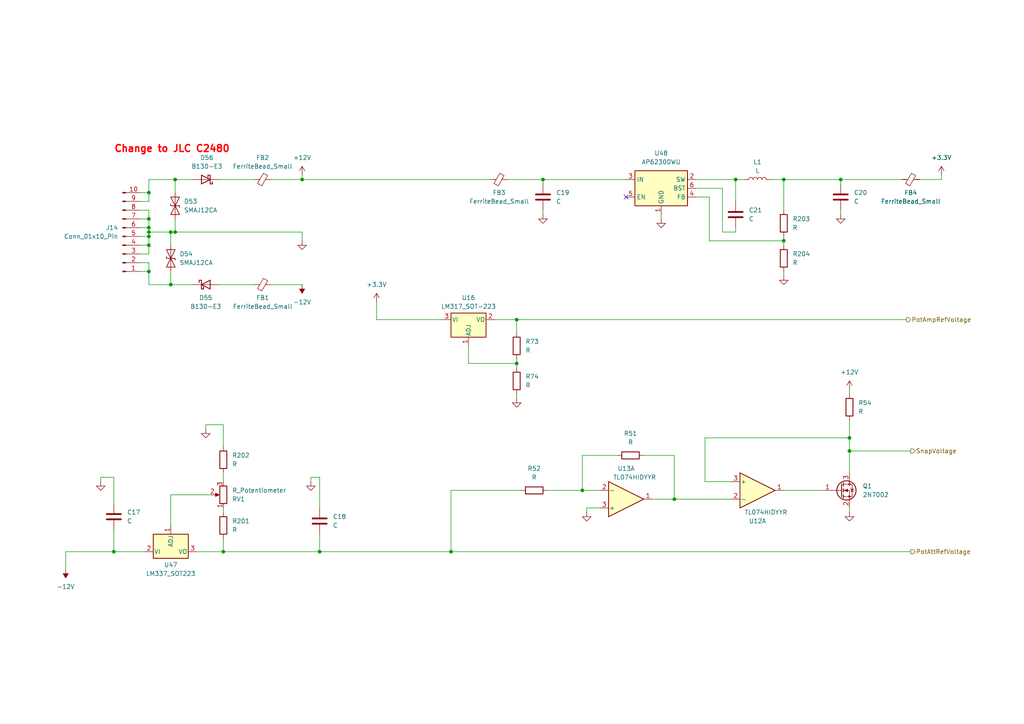
<source format=kicad_sch>
(kicad_sch (version 20230121) (generator eeschema)
  (paper "A4")
  (lib_symbols
    (symbol "Connector:Conn_01x10_Pin" (pin_names (offset 1.016) hide)
      (property "Reference" "J" (at 0 12.7 0))
      (property "Value" "Conn_01x10_Pin" (at 0 -15.24 0))
      (symbol "Conn_01x10_Pin_1_1"
        (polyline (pts (xy 1.27 -12.7) (xy 0.8636 -12.7)) (stroke (width 0.1524)))
        (polyline (pts (xy 1.27 -10.16) (xy 0.8636 -10.16)) (stroke (width 0.1524)))
        (polyline (pts (xy 1.27 -7.62) (xy 0.8636 -7.62)) (stroke (width 0.1524)))
        (polyline (pts (xy 1.27 -5.08) (xy 0.8636 -5.08)) (stroke (width 0.1524)))
        (polyline (pts (xy 1.27 -2.54) (xy 0.8636 -2.54)) (stroke (width 0.1524)))
        (polyline (pts (xy 1.27 0) (xy 0.8636 0)) (stroke (width 0.1524)))
        (polyline (pts (xy 1.27 2.54) (xy 0.8636 2.54)) (stroke (width 0.1524)))
        (polyline (pts (xy 1.27 5.08) (xy 0.8636 5.08)) (stroke (width 0.1524)))
        (polyline (pts (xy 1.27 7.62) (xy 0.8636 7.62)) (stroke (width 0.1524)))
        (polyline (pts (xy 1.27 10.16) (xy 0.8636 10.16)) (stroke (width 0.1524)))
        (rectangle (start 0.8636 -12.573) (end 0 -12.827) (stroke (width 0.1524)) (fill (type outline)))
        (rectangle (start 0.8636 -10.033) (end 0 -10.287) (stroke (width 0.1524)) (fill (type outline)))
        (rectangle (start 0.8636 -7.493) (end 0 -7.747) (stroke (width 0.1524)) (fill (type outline)))
        (rectangle (start 0.8636 -4.953) (end 0 -5.207) (stroke (width 0.1524)) (fill (type outline)))
        (rectangle (start 0.8636 -2.413) (end 0 -2.667) (stroke (width 0.1524)) (fill (type outline)))
        (rectangle (start 0.8636 0.127) (end 0 -0.127) (stroke (width 0.1524)) (fill (type outline)))
        (rectangle (start 0.8636 2.667) (end 0 2.413) (stroke (width 0.1524)) (fill (type outline)))
        (rectangle (start 0.8636 5.207) (end 0 4.953) (stroke (width 0.1524)) (fill (type outline)))
        (rectangle (start 0.8636 7.747) (end 0 7.493) (stroke (width 0.1524)) (fill (type outline)))
        (rectangle (start 0.8636 10.287) (end 0 10.033) (stroke (width 0.1524)) (fill (type outline)))
        (pin passive line (at 5.08 10.16 180) (length 3.81) (name "Pin_1") (number "1"))
        (pin passive line (at 5.08 -12.7 180) (length 3.81) (name "Pin_10") (number "10"))
        (pin passive line (at 5.08 7.62 180) (length 3.81) (name "Pin_2") (number "2"))
        (pin passive line (at 5.08 5.08 180) (length 3.81) (name "Pin_3") (number "3"))
        (pin passive line (at 5.08 2.54 180) (length 3.81) (name "Pin_4") (number "4"))
        (pin passive line (at 5.08 0 180) (length 3.81) (name "Pin_5") (number "5"))
        (pin passive line (at 5.08 -2.54 180) (length 3.81) (name "Pin_6") (number "6"))
        (pin passive line (at 5.08 -5.08 180) (length 3.81) (name "Pin_7") (number "7"))
        (pin passive line (at 5.08 -7.62 180) (length 3.81) (name "Pin_8") (number "8"))
        (pin passive line (at 5.08 -10.16 180) (length 3.81) (name "Pin_9") (number "9"))
      )
    )
    (symbol "Device:C" (pin_numbers hide) (pin_names (offset 0.254))
      (property "Reference" "C" (at 0.635 2.54 0))
      (property "Value" "C" (at 0.635 -2.54 0))
      (symbol "C_0_1"
        (polyline (pts (xy -2.032 -0.762) (xy 2.032 -0.762)) (stroke (width 0.508)))
        (polyline (pts (xy -2.032 0.762) (xy 2.032 0.762)) (stroke (width 0.508)))
      )
      (symbol "C_1_1"
        (pin passive line (at 0 3.81 270) (length 2.794) (name "~") (number "1"))
        (pin passive line (at 0 -3.81 90) (length 2.794) (name "~") (number "2"))
      )
    )
    (symbol "Device:FerriteBead_Small" (pin_numbers hide) (pin_names (offset 0))
      (property "Reference" "FB" (at 1.905 1.27 0))
      (property "Value" "FerriteBead_Small" (at 1.905 -1.27 0))
      (symbol "FerriteBead_Small_0_1"
        (polyline (pts (xy 0 -1.27) (xy 0 -0.7874)))
        (polyline (pts (xy 0 0.889) (xy 0 1.2954)))
        (polyline (pts (xy -1.8288 0.2794) (xy -1.1176 1.4986) (xy 1.8288 -0.2032) (xy 1.1176 -1.4224) (xy -1.8288 0.2794)))
      )
      (symbol "FerriteBead_Small_1_1"
        (pin passive line (at 0 2.54 270) (length 1.27) (name "~") (number "1"))
        (pin passive line (at 0 -2.54 90) (length 1.27) (name "~") (number "2"))
      )
    )
    (symbol "Device:L" (pin_numbers hide) (pin_names (offset 1.016) hide)
      (property "Reference" "L" (at -1.27 0 90))
      (property "Value" "L" (at 1.905 0 90))
      (symbol "L_0_1"
        (arc (start 0 -2.54) (mid 0.6323 -1.905) (end 0 -1.27))
        (arc (start 0 -1.27) (mid 0.6323 -0.635) (end 0 0))
        (arc (start 0 0) (mid 0.6323 0.635) (end 0 1.27))
        (arc (start 0 1.27) (mid 0.6323 1.905) (end 0 2.54))
      )
      (symbol "L_1_1"
        (pin passive line (at 0 3.81 270) (length 1.27) (name "1") (number "1"))
        (pin passive line (at 0 -3.81 90) (length 1.27) (name "2") (number "2"))
      )
    )
    (symbol "Device:R" (pin_numbers hide) (pin_names (offset 0))
      (property "Reference" "R" (at 2.032 0 90))
      (property "Value" "R" (at 0 0 90))
      (symbol "R_0_1"
        (rectangle (start -1.016 -2.54) (end 1.016 2.54) (stroke (width 0.254)))
      )
      (symbol "R_1_1"
        (pin passive line (at 0 3.81 270) (length 1.27) (name "~") (number "1"))
        (pin passive line (at 0 -3.81 90) (length 1.27) (name "~") (number "2"))
      )
    )
    (symbol "Device:R_Potentiometer" (pin_names (offset 1.016) hide)
      (property "Reference" "RV" (at -4.445 0 90))
      (property "Value" "R_Potentiometer" (at -2.54 0 90))
      (symbol "R_Potentiometer_0_1"
        (polyline (pts (xy 2.54 0) (xy 1.524 0)))
        (polyline (pts (xy 1.143 0) (xy 2.286 0.508) (xy 2.286 -0.508) (xy 1.143 0)) (fill (type outline)))
        (rectangle (start 1.016 2.54) (end -1.016 -2.54) (stroke (width 0.254)))
      )
      (symbol "R_Potentiometer_1_1"
        (pin passive line (at 0 3.81 270) (length 1.27) (name "1") (number "1"))
        (pin passive line (at 3.81 0 180) (length 1.27) (name "2") (number "2"))
        (pin passive line (at 0 -3.81 90) (length 1.27) (name "3") (number "3"))
      )
    )
    (symbol "Diode:B130-E3" (pin_numbers hide) (pin_names hide)
      (property "Reference" "D" (at 0 2.54 0))
      (property "Value" "B130-E3" (at 0 -2.54 0))
      (symbol "B130-E3_0_1"
        (polyline (pts (xy 1.27 0) (xy -1.27 0)))
        (polyline (pts (xy 1.27 1.27) (xy 1.27 -1.27) (xy -1.27 0) (xy 1.27 1.27)) (stroke (width 0.254)))
        (polyline (pts (xy -1.905 0.635) (xy -1.905 1.27) (xy -1.27 1.27) (xy -1.27 -1.27) (xy -0.635 -1.27) (xy -0.635 -0.635)) (stroke (width 0.254)))
      )
      (symbol "B130-E3_1_1"
        (pin passive line (at -3.81 0 0) (length 2.54) (name "K") (number "1"))
        (pin passive line (at 3.81 0 180) (length 2.54) (name "A") (number "2"))
      )
    )
    (symbol "Diode:SMAJ12CA" (pin_numbers hide) (pin_names (offset 1.016) hide)
      (property "Reference" "D" (at 0 2.54 0))
      (property "Value" "SMAJ12CA" (at 0 -2.54 0))
      (symbol "SMAJ12CA_0_1"
        (polyline (pts (xy 1.27 0) (xy -1.27 0)))
        (polyline (pts (xy -2.54 -1.27) (xy 0 0) (xy -2.54 1.27) (xy -2.54 -1.27)) (stroke (width 0.2032)))
        (polyline (pts (xy 0.508 1.27) (xy 0 1.27) (xy 0 -1.27) (xy -0.508 -1.27)) (stroke (width 0.2032)))
        (polyline (pts (xy 2.54 1.27) (xy 2.54 -1.27) (xy 0 0) (xy 2.54 1.27)) (stroke (width 0.2032)))
      )
      (symbol "SMAJ12CA_1_1"
        (pin passive line (at -3.81 0 0) (length 2.54) (name "A1") (number "1"))
        (pin passive line (at 3.81 0 180) (length 2.54) (name "A2") (number "2"))
      )
    )
    (symbol "Regulator_Linear:LM317_SOT-223" (pin_names (offset 0.254))
      (property "Reference" "U" (at -3.81 3.175 0))
      (property "Value" "LM317_SOT-223" (at 0 3.175 0))
      (symbol "LM317_SOT-223_0_1"
        (rectangle (start -5.08 1.905) (end 5.08 -5.08) (stroke (width 0.254)) (fill (type background)))
      )
      (symbol "LM317_SOT-223_1_1"
        (pin input line (at 0 -7.62 90) (length 2.54) (name "ADJ") (number "1"))
        (pin power_out line (at 7.62 0 180) (length 2.54) (name "VO") (number "2"))
        (pin power_in line (at -7.62 0 0) (length 2.54) (name "VI") (number "3"))
      )
    )
    (symbol "Regulator_Linear:LM337_SOT223" (pin_names (offset 0.254))
      (property "Reference" "U" (at -3.81 -3.175 0))
      (property "Value" "LM337_SOT223" (at 0 -3.175 0))
      (symbol "LM337_SOT223_0_1"
        (rectangle (start -5.08 5.08) (end 5.08 -1.905) (stroke (width 0.254)) (fill (type background)))
      )
      (symbol "LM337_SOT223_1_1"
        (pin input line (at 0 7.62 270) (length 2.54) (name "ADJ") (number "1"))
        (pin power_in line (at -7.62 0 0) (length 2.54) (name "VI") (number "2"))
        (pin power_out line (at 7.62 0 180) (length 2.54) (name "VO") (number "3"))
      )
    )
    (symbol "Transistor_FET:2N7002" (pin_names hide)
      (property "Reference" "Q" (at 5.08 1.905 0))
      (property "Value" "2N7002" (at 5.08 0 0))
      (symbol "2N7002_0_1"
        (polyline (pts (xy 0.254 0) (xy -2.54 0)))
        (polyline (pts (xy 0.254 1.905) (xy 0.254 -1.905)) (stroke (width 0.254)))
        (polyline (pts (xy 0.762 -1.27) (xy 0.762 -2.286)) (stroke (width 0.254)))
        (polyline (pts (xy 0.762 0.508) (xy 0.762 -0.508)) (stroke (width 0.254)))
        (polyline (pts (xy 0.762 2.286) (xy 0.762 1.27)) (stroke (width 0.254)))
        (polyline (pts (xy 2.54 2.54) (xy 2.54 1.778)))
        (polyline (pts (xy 2.54 -2.54) (xy 2.54 0) (xy 0.762 0)))
        (polyline (pts (xy 0.762 -1.778) (xy 3.302 -1.778) (xy 3.302 1.778) (xy 0.762 1.778)))
        (polyline (pts (xy 1.016 0) (xy 2.032 0.381) (xy 2.032 -0.381) (xy 1.016 0)) (fill (type outline)))
        (polyline (pts (xy 2.794 0.508) (xy 2.921 0.381) (xy 3.683 0.381) (xy 3.81 0.254)))
        (polyline (pts (xy 3.302 0.381) (xy 2.921 -0.254) (xy 3.683 -0.254) (xy 3.302 0.381)))
        (circle (center 1.651 0) (radius 2.794) (stroke (width 0.254)))
        (circle (center 2.54 -1.778) (radius 0.254) (fill (type outline)))
        (circle (center 2.54 1.778) (radius 0.254) (fill (type outline)))
      )
      (symbol "2N7002_1_1"
        (pin input line (at -5.08 0 0) (length 2.54) (name "G") (number "1"))
        (pin passive line (at 2.54 -5.08 90) (length 2.54) (name "S") (number "2"))
        (pin passive line (at 2.54 5.08 270) (length 2.54) (name "D") (number "3"))
      )
    )
    (symbol "WillItBlend:AP62200WU"
      (property "Reference" "U" (at -7.62 6.35 0))
      (property "Value" "AP62300WU" (at 2.54 6.35 0))
      (symbol "AP62200WU_0_1"
        (rectangle (start -7.62 5.08) (end 7.62 -5.08) (stroke (width 0.254)) (fill (type background)))
      )
      (symbol "AP62200WU_1_1"
        (pin power_in line (at 0 -7.62 90) (length 2.54) (name "GND") (number "1"))
        (pin output line (at 10.16 2.54 180) (length 2.54) (name "SW") (number "2"))
        (pin power_in line (at -10.16 2.54 0) (length 2.54) (name "IN") (number "3"))
        (pin input line (at 10.16 -2.54 180) (length 2.54) (name "FB") (number "4"))
        (pin input line (at -10.16 -2.54 0) (length 2.54) (name "EN") (number "5"))
        (pin passive line (at 10.16 0 180) (length 2.54) (name "BST") (number "6"))
      )
    )
    (symbol "WillItBlend:TL074HIDYYR" (pin_names (offset 0.127))
      (property "Reference" "U" (at 0 5.08 0))
      (symbol "TL074HIDYYR_1_1"
        (polyline (pts (xy -5.08 5.08) (xy 5.08 0) (xy -5.08 -5.08) (xy -5.08 5.08)) (stroke (width 0.254)) (fill (type background)))
        (pin output line (at 7.62 0 180) (length 2.54) (name "~") (number "1"))
        (pin input line (at -7.62 -2.54 0) (length 2.54) (name "-") (number "2"))
        (pin input line (at -7.62 2.54 0) (length 2.54) (name "+") (number "3"))
      )
      (symbol "TL074HIDYYR_2_1"
        (polyline (pts (xy -5.08 5.08) (xy 5.08 0) (xy -5.08 -5.08) (xy -5.08 5.08)) (stroke (width 0.254)) (fill (type background)))
        (pin input line (at -7.62 2.54 0) (length 2.54) (name "+") (number "5"))
        (pin input line (at -7.62 -2.54 0) (length 2.54) (name "-") (number "6"))
        (pin output line (at 7.62 0 180) (length 2.54) (name "~") (number "7"))
      )
      (symbol "TL074HIDYYR_3_1"
        (polyline (pts (xy -5.08 5.08) (xy 5.08 0) (xy -5.08 -5.08) (xy -5.08 5.08)) (stroke (width 0.254)) (fill (type background)))
        (pin input line (at -7.62 2.54 0) (length 2.54) (name "+") (number "10"))
        (pin output line (at 7.62 0 180) (length 2.54) (name "~") (number "8"))
        (pin input line (at -7.62 -2.54 0) (length 2.54) (name "-") (number "9"))
      )
      (symbol "TL074HIDYYR_4_1"
        (polyline (pts (xy -5.08 5.08) (xy 5.08 0) (xy -5.08 -5.08) (xy -5.08 5.08)) (stroke (width 0.254)) (fill (type background)))
        (pin input line (at -7.62 2.54 0) (length 2.54) (name "+") (number "12"))
        (pin input line (at -7.62 -2.54 0) (length 2.54) (name "-") (number "13"))
        (pin output line (at 7.62 0 180) (length 2.54) (name "~") (number "14"))
      )
      (symbol "TL074HIDYYR_5_1"
        (rectangle (start -2.54 5.08) (end 2.54 -5.08) (fill (type background)))
        (pin power_in line (at 6.35 -3.81 180) (length 3.81) (name "V-") (number "11"))
        (pin power_in line (at 6.35 3.81 180) (length 3.81) (name "V+") (number "4"))
      )
    )
    (symbol "power:+12V" (power) (pin_names (offset 0))
      (property "Value" "+12V" (at 0 3.556 0))
      (symbol "+12V_0_1"
        (polyline (pts (xy -0.762 1.27) (xy 0 2.54)))
        (polyline (pts (xy 0 0) (xy 0 2.54)))
        (polyline (pts (xy 0 2.54) (xy 0.762 1.27)))
      )
      (symbol "+12V_1_1"
        (pin power_in line (at 0 0 90) (length 0) hide (name "+12V") (number "1"))
      )
    )
    (symbol "power:+3.3V" (power) (pin_names (offset 0))
      (property "Value" "+3.3V" (at 0 3.556 0))
      (symbol "+3.3V_0_1"
        (polyline (pts (xy -0.762 1.27) (xy 0 2.54)))
        (polyline (pts (xy 0 0) (xy 0 2.54)))
        (polyline (pts (xy 0 2.54) (xy 0.762 1.27)))
      )
      (symbol "+3.3V_1_1"
        (pin power_in line (at 0 0 90) (length 0) hide (name "+3.3V") (number "1"))
      )
    )
    (symbol "power:-12V" (power) (pin_names (offset 0))
      (property "Value" "-12V" (at 0 3.81 0))
      (symbol "-12V_0_0"
        (pin power_in line (at 0 0 90) (length 0) hide (name "-12V") (number "1"))
      )
      (symbol "-12V_0_1"
        (polyline (pts (xy 0 0) (xy 0 1.27) (xy 0.762 1.27) (xy 0 2.54) (xy -0.762 1.27) (xy 0 1.27)) (fill (type outline)))
      )
    )
    (symbol "power:GND" (power) (pin_names (offset 0))
      (property "Value" "GND" (at 0 -3.81 0))
      (symbol "GND_0_1"
        (polyline (pts (xy 0 0) (xy 0 -1.27) (xy 1.27 -1.27) (xy 0 -2.54) (xy -1.27 -1.27) (xy 0 -1.27)))
      )
      (symbol "GND_1_1"
        (pin power_in line (at 0 0 270) (length 0) hide (name "GND") (number "1"))
      )
    )
  )
  (junction (at 92.71 160.02))
  (junction (at 64.77 160.02))
  (junction (at 213.36 52.07))
  (junction (at 43.18 78.74))
  (junction (at 87.63 52.07))
  (junction (at 43.18 71.12))
  (junction (at 243.84 52.07))
  (junction (at 50.8 67.31))
  (junction (at 157.48 52.07))
  (junction (at 33.02 160.02))
  (junction (at 246.38 130.81))
  (junction (at 43.18 66.04))
  (junction (at 149.86 92.71))
  (junction (at 195.58 144.78))
  (junction (at 49.53 67.31))
  (junction (at 43.18 67.31))
  (junction (at 43.18 68.58))
  (junction (at 43.18 63.5))
  (junction (at 168.91 142.24))
  (junction (at 130.81 160.02))
  (junction (at 227.33 52.07))
  (junction (at 43.18 55.88))
  (junction (at 227.33 69.85))
  (junction (at 246.38 127))
  (junction (at 49.53 82.55))
  (junction (at 50.8 52.07))
  (junction (at 149.86 105.41))
  (no_connect (at 181.61 57.15))
  (wire (pts (xy 50.8 67.31) (xy 87.63 67.31)))
  (wire (pts (xy 92.71 160.02) (xy 130.81 160.02)))
  (wire (pts (xy 189.23 144.78) (xy 195.58 144.78)))
  (wire (pts (xy 33.02 160.02) (xy 41.91 160.02)))
  (wire (pts (xy 63.5 52.07) (xy 73.66 52.07)))
  (wire (pts (xy 43.18 63.5) (xy 43.18 66.04)))
  (wire (pts (xy 40.64 78.74) (xy 43.18 78.74)))
  (wire (pts (xy 246.38 113.03) (xy 246.38 114.3)))
  (wire (pts (xy 33.02 138.43) (xy 29.21 138.43)))
  (wire (pts (xy 243.84 52.07) (xy 261.62 52.07)))
  (wire (pts (xy 149.86 105.41) (xy 149.86 106.68)))
  (wire (pts (xy 40.64 63.5) (xy 43.18 63.5)))
  (wire (pts (xy 246.38 147.32) (xy 246.38 148.59)))
  (wire (pts (xy 246.38 127) (xy 246.38 130.81)))
  (wire (pts (xy 227.33 52.07) (xy 227.33 60.96)))
  (wire (pts (xy 243.84 60.96) (xy 243.84 62.23)))
  (wire (pts (xy 49.53 67.31) (xy 50.8 67.31)))
  (wire (pts (xy 33.02 146.05) (xy 33.02 138.43)))
  (wire (pts (xy 135.89 100.33) (xy 135.89 105.41)))
  (wire (pts (xy 40.64 66.04) (xy 43.18 66.04)))
  (wire (pts (xy 50.8 63.5) (xy 50.8 67.31)))
  (wire (pts (xy 59.69 123.19) (xy 59.69 124.46)))
  (wire (pts (xy 90.17 139.7) (xy 90.17 138.43)))
  (wire (pts (xy 204.47 127) (xy 204.47 139.7)))
  (wire (pts (xy 43.18 82.55) (xy 49.53 82.55)))
  (wire (pts (xy 50.8 52.07) (xy 43.18 52.07)))
  (wire (pts (xy 50.8 52.07) (xy 50.8 55.88)))
  (wire (pts (xy 204.47 127) (xy 246.38 127)))
  (wire (pts (xy 227.33 52.07) (xy 243.84 52.07)))
  (wire (pts (xy 64.77 123.19) (xy 59.69 123.19)))
  (wire (pts (xy 227.33 142.24) (xy 238.76 142.24)))
  (wire (pts (xy 201.93 57.15) (xy 205.74 57.15)))
  (wire (pts (xy 87.63 52.07) (xy 142.24 52.07)))
  (wire (pts (xy 49.53 143.51) (xy 49.53 152.4)))
  (wire (pts (xy 40.64 76.2) (xy 43.18 76.2)))
  (wire (pts (xy 49.53 67.31) (xy 49.53 71.12)))
  (wire (pts (xy 43.18 76.2) (xy 43.18 78.74)))
  (wire (pts (xy 195.58 132.08) (xy 186.69 132.08)))
  (wire (pts (xy 92.71 138.43) (xy 92.71 147.32)))
  (wire (pts (xy 92.71 154.94) (xy 92.71 160.02)))
  (wire (pts (xy 49.53 82.55) (xy 55.88 82.55)))
  (wire (pts (xy 40.64 58.42) (xy 43.18 58.42)))
  (wire (pts (xy 64.77 160.02) (xy 64.77 156.21)))
  (wire (pts (xy 90.17 138.43) (xy 92.71 138.43)))
  (wire (pts (xy 149.86 92.71) (xy 149.86 96.52)))
  (wire (pts (xy 266.7 52.07) (xy 273.05 52.07)))
  (wire (pts (xy 40.64 68.58) (xy 43.18 68.58)))
  (wire (pts (xy 181.61 52.07) (xy 157.48 52.07)))
  (wire (pts (xy 43.18 82.55) (xy 43.18 78.74)))
  (wire (pts (xy 64.77 123.19) (xy 64.77 129.54)))
  (wire (pts (xy 43.18 66.04) (xy 43.18 67.31)))
  (wire (pts (xy 246.38 130.81) (xy 246.38 137.16)))
  (wire (pts (xy 29.21 138.43) (xy 29.21 139.7)))
  (wire (pts (xy 195.58 132.08) (xy 195.58 144.78)))
  (wire (pts (xy 195.58 144.78) (xy 212.09 144.78)))
  (wire (pts (xy 205.74 57.15) (xy 205.74 69.85)))
  (wire (pts (xy 43.18 60.96) (xy 43.18 63.5)))
  (wire (pts (xy 201.93 54.61) (xy 209.55 54.61)))
  (wire (pts (xy 87.63 50.8) (xy 87.63 52.07)))
  (wire (pts (xy 57.15 160.02) (xy 64.77 160.02)))
  (wire (pts (xy 149.86 92.71) (xy 262.89 92.71)))
  (wire (pts (xy 49.53 78.74) (xy 49.53 82.55)))
  (wire (pts (xy 213.36 52.07) (xy 215.9 52.07)))
  (wire (pts (xy 130.81 160.02) (xy 264.16 160.02)))
  (wire (pts (xy 201.93 52.07) (xy 213.36 52.07)))
  (wire (pts (xy 40.64 73.66) (xy 43.18 73.66)))
  (wire (pts (xy 109.22 92.71) (xy 109.22 87.63)))
  (wire (pts (xy 43.18 52.07) (xy 43.18 55.88)))
  (wire (pts (xy 227.33 78.74) (xy 227.33 80.01)))
  (wire (pts (xy 40.64 71.12) (xy 43.18 71.12)))
  (wire (pts (xy 213.36 52.07) (xy 213.36 58.42)))
  (wire (pts (xy 50.8 52.07) (xy 55.88 52.07)))
  (wire (pts (xy 209.55 67.31) (xy 209.55 54.61)))
  (wire (pts (xy 49.53 143.51) (xy 60.96 143.51)))
  (wire (pts (xy 149.86 104.14) (xy 149.86 105.41)))
  (wire (pts (xy 19.05 165.1) (xy 19.05 160.02)))
  (wire (pts (xy 227.33 69.85) (xy 227.33 71.12)))
  (wire (pts (xy 135.89 105.41) (xy 149.86 105.41)))
  (wire (pts (xy 40.64 55.88) (xy 43.18 55.88)))
  (wire (pts (xy 170.18 147.32) (xy 173.99 147.32)))
  (wire (pts (xy 243.84 52.07) (xy 243.84 53.34)))
  (wire (pts (xy 223.52 52.07) (xy 227.33 52.07)))
  (wire (pts (xy 191.77 62.23) (xy 191.77 63.5)))
  (wire (pts (xy 87.63 52.07) (xy 78.74 52.07)))
  (wire (pts (xy 205.74 69.85) (xy 227.33 69.85)))
  (wire (pts (xy 227.33 68.58) (xy 227.33 69.85)))
  (wire (pts (xy 273.05 50.8) (xy 273.05 52.07)))
  (wire (pts (xy 246.38 130.81) (xy 264.16 130.81)))
  (wire (pts (xy 179.07 132.08) (xy 168.91 132.08)))
  (wire (pts (xy 213.36 66.04) (xy 213.36 67.31)))
  (wire (pts (xy 43.18 67.31) (xy 49.53 67.31)))
  (wire (pts (xy 151.13 142.24) (xy 130.81 142.24)))
  (wire (pts (xy 168.91 132.08) (xy 168.91 142.24)))
  (wire (pts (xy 40.64 60.96) (xy 43.18 60.96)))
  (wire (pts (xy 149.86 114.3) (xy 149.86 115.57)))
  (wire (pts (xy 173.99 142.24) (xy 168.91 142.24)))
  (wire (pts (xy 213.36 67.31) (xy 209.55 67.31)))
  (wire (pts (xy 87.63 67.31) (xy 87.63 69.85)))
  (wire (pts (xy 33.02 160.02) (xy 33.02 153.67)))
  (wire (pts (xy 63.5 82.55) (xy 73.66 82.55)))
  (wire (pts (xy 43.18 58.42) (xy 43.18 55.88)))
  (wire (pts (xy 147.32 52.07) (xy 157.48 52.07)))
  (wire (pts (xy 64.77 139.7) (xy 64.77 137.16)))
  (wire (pts (xy 128.27 92.71) (xy 109.22 92.71)))
  (wire (pts (xy 170.18 147.32) (xy 170.18 148.59)))
  (wire (pts (xy 43.18 68.58) (xy 43.18 71.12)))
  (wire (pts (xy 43.18 67.31) (xy 43.18 68.58)))
  (wire (pts (xy 64.77 147.32) (xy 64.77 148.59)))
  (wire (pts (xy 157.48 52.07) (xy 157.48 53.34)))
  (wire (pts (xy 64.77 160.02) (xy 92.71 160.02)))
  (wire (pts (xy 246.38 121.92) (xy 246.38 127)))
  (wire (pts (xy 130.81 142.24) (xy 130.81 160.02)))
  (wire (pts (xy 43.18 71.12) (xy 43.18 73.66)))
  (wire (pts (xy 157.48 60.96) (xy 157.48 62.23)))
  (wire (pts (xy 212.09 139.7) (xy 204.47 139.7)))
  (wire (pts (xy 19.05 160.02) (xy 33.02 160.02)))
  (wire (pts (xy 168.91 142.24) (xy 158.75 142.24)))
  (wire (pts (xy 78.74 82.55) (xy 87.63 82.55)))
  (wire (pts (xy 143.51 92.71) (xy 149.86 92.71)))
  (text "Change to JLC C2480" (at 33.02 44.45 0) (effects (font (size 2 2) (thickness 0.4) bold) (justify left bottom)))
  (hierarchical_label "PotAttRefVoltage" (shape output) (at 264.16 160.02 0))
  (hierarchical_label "SnapVoltage" (shape output) (at 264.16 130.81 0))
  (hierarchical_label "PotAmpRefVoltage" (shape output) (at 262.89 92.71 0))
  (symbol (lib_id "Device:C") (at 92.71 151.13 0) (unit 1)
    (property "Reference" "C18" (at 96.52 149.86 0) (effects (justify left)))
    (property "Value" "C" (at 96.52 152.4 0) (effects (justify left)))
  )
  (symbol (lib_id "Device:R") (at 246.38 118.11 180) (unit 1)
    (property "Reference" "R54" (at 248.92 116.84 0) (effects (justify right)))
    (property "Value" "R" (at 248.92 119.38 0) (effects (justify right)))
  )
  (symbol (lib_id "Device:FerriteBead_Small") (at 264.16 52.07 90) (unit 1)
    (property "Reference" "FB4" (at 264.16 55.88 90))
    (property "Value" "FerriteBead_Small" (at 264.16 58.42 90))
  )
  (symbol (lib_id "power:GND") (at 149.86 115.57 0) (unit 1)
    (property "Reference" "#PWR071" (effects hide))
    (property "Value" "GND" (effects hide))
  )
  (symbol (lib_id "Device:FerriteBead_Small") (at 144.78 52.07 90) (unit 1)
    (property "Reference" "FB3" (at 144.78 55.88 90))
    (property "Value" "FerriteBead_Small" (at 144.78 58.42 90))
  )
  (symbol (lib_id "Device:C") (at 213.36 62.23 0) (unit 1)
    (property "Reference" "C21" (at 217.17 60.96 0) (effects (justify left)))
    (property "Value" "C" (at 217.17 63.5 0) (effects (justify left)))
  )
  (symbol (lib_id "Diode:SMAJ12CA") (at 50.8 59.69 90) (unit 1)
    (property "Reference" "D53" (at 53.34 58.42 90) (effects (justify right)))
    (property "Value" "SMAJ12CA" (at 53.34 60.96 90) (effects (justify right)))
    (property "Footprint" "Diode_SMD:D_SMA" (effects hide))
    (property "Datasheet" "https://www.littelfuse.com/media?resourcetype=datasheets&itemid=75e32973-b177-4ee3-a0ff-cedaf1abdb93&filename=smaj-datasheet" (effects hide))
  )
  (symbol (lib_id "power:GND") (at 90.17 139.7 0) (unit 1)
    (property "Reference" "#PWR045" (effects hide))
    (property "Value" "GND" (effects hide))
  )
  (symbol (lib_id "Device:R") (at 64.77 133.35 0) (unit 1)
    (property "Reference" "R202" (at 67.31 132.08 0) (effects (justify left)))
    (property "Value" "R" (at 67.31 134.62 0) (effects (justify left)))
  )
  (symbol (lib_id "power:GND") (at 59.69 124.46 0) (unit 1)
    (property "Reference" "#PWR044" (effects hide))
    (property "Value" "GND" (effects hide))
  )
  (symbol (lib_id "Device:R") (at 149.86 100.33 0) (unit 1)
    (property "Reference" "R73" (at 152.4 99.06 0) (effects (justify left)))
    (property "Value" "R" (at 152.4 101.6 0) (effects (justify left)))
  )
  (symbol (lib_id "power:+12V") (at 87.63 50.8 0) (unit 1)
    (property "Reference" "#PWR0169" (effects hide))
    (property "Value" "+12V" (at 87.63 45.72 0))
  )
  (symbol (lib_id "power:-12V") (at 19.05 165.1 180) (unit 1)
    (property "Reference" "#PWR0172" (effects hide))
    (property "Value" "-12V" (at 19.05 170.18 0))
  )
  (symbol (lib_id "Device:R") (at 64.77 152.4 0) (unit 1)
    (property "Reference" "R201" (at 67.31 151.13 0) (effects (justify left)))
    (property "Value" "R" (at 67.31 153.67 0) (effects (justify left)))
  )
  (symbol (lib_id "power:+3.3V") (at 273.05 50.8 0) (unit 1)
    (property "Reference" "#PWR0180" (effects hide))
    (property "Value" "+3.3V" (at 273.05 45.72 0))
  )
  (symbol (lib_id "Device:R") (at 182.88 132.08 90) (unit 1)
    (property "Reference" "R51" (at 182.88 125.73 90))
    (property "Value" "R" (at 182.88 128.27 90))
  )
  (symbol (lib_id "power:GND") (at 246.38 148.59 0) (unit 1)
    (property "Reference" "#PWR051" (effects hide))
    (property "Value" "GND" (effects hide))
  )
  (symbol (lib_id "Connector:Conn_01x10_Pin") (at 35.56 68.58 0) (mirror x) (unit 1)
    (property "Reference" "J14" (at 34.29 66.04 0) (effects (justify right)))
    (property "Value" "Conn_01x10_Pin" (at 34.29 68.58 0) (effects (justify right)))
  )
  (symbol (lib_id "Regulator_Linear:LM317_SOT-223") (at 135.89 92.71 0) (unit 1)
    (property "Reference" "U16" (at 135.89 86.36 0))
    (property "Value" "LM317_SOT-223" (at 135.89 88.9 0))
    (property "Footprint" "Package_TO_SOT_SMD:SOT-223-3_TabPin2" (effects hide))
    (property "Datasheet" "http://www.ti.com/lit/ds/symlink/lm317.pdf" (effects hide))
  )
  (symbol (lib_id "Device:R_Potentiometer") (at 64.77 143.51 180) (unit 1)
    (property "Reference" "RV1" (at 67.31 144.78 0) (effects (justify right)))
    (property "Value" "R_Potentiometer" (at 67.31 142.24 0) (effects (justify right)))
  )
  (symbol (lib_id "Diode:SMAJ12CA") (at 49.53 74.93 90) (unit 1)
    (property "Reference" "D54" (at 52.07 73.66 90) (effects (justify right)))
    (property "Value" "SMAJ12CA" (at 52.07 76.2 90) (effects (justify right)))
    (property "Footprint" "Diode_SMD:D_SMA" (effects hide))
    (property "Datasheet" "https://www.littelfuse.com/media?resourcetype=datasheets&itemid=75e32973-b177-4ee3-a0ff-cedaf1abdb93&filename=smaj-datasheet" (effects hide))
  )
  (symbol (lib_id "Diode:B130-E3") (at 59.69 82.55 0) (unit 1)
    (property "Reference" "D55" (at 59.69 86.36 0))
    (property "Value" "B130-E3" (at 59.69 88.9 0))
    (property "Footprint" "Diode_SMD:D_SMA" (effects hide))
    (property "Datasheet" "http://www.vishay.com/docs/88946/b120.pdf" (effects hide))
  )
  (symbol (lib_id "power:GND") (at 243.84 62.23 0) (unit 1)
    (property "Reference" "#PWR050" (effects hide))
    (property "Value" "GND" (effects hide))
  )
  (symbol (lib_id "power:GND") (at 29.21 139.7 0) (unit 1)
    (property "Reference" "#PWR043" (effects hide))
    (property "Value" "GND" (effects hide))
  )
  (symbol (lib_id "power:GND") (at 170.18 148.59 0) (unit 1)
    (property "Reference" "#PWR046" (effects hide))
    (property "Value" "GND" (effects hide))
  )
  (symbol (lib_id "WillItBlend:TL074HIDYYR") (at 181.61 144.78 0) (mirror x) (unit 1)
    (property "Reference" "U13" (at 181.61 135.89 0))
    (property "Value" "TL074HIDYYR" (at 177.8 138.43 0) (effects (justify left)))
    (property "Footprint" "WillItBlend:SOT-23-THIN" (effects hide))
    (property "Datasheet" "http://www.ti.com/lit/ds/symlink/tl071.pdf" (effects hide))
  )
  (symbol (lib_id "Device:R") (at 149.86 110.49 0) (unit 1)
    (property "Reference" "R74" (at 152.4 109.22 0) (effects (justify left)))
    (property "Value" "R" (at 152.4 111.76 0) (effects (justify left)))
  )
  (symbol (lib_id "Device:C") (at 33.02 149.86 0) (unit 1)
    (property "Reference" "C17" (at 36.83 148.59 0) (effects (justify left)))
    (property "Value" "C" (at 36.83 151.13 0) (effects (justify left)))
  )
  (symbol (lib_id "Device:R") (at 227.33 74.93 0) (unit 1)
    (property "Reference" "R204" (at 229.87 73.66 0) (effects (justify left)))
    (property "Value" "R" (at 229.87 76.2 0) (effects (justify left)))
  )
  (symbol (lib_id "power:GND") (at 157.48 62.23 0) (unit 1)
    (property "Reference" "#PWR047" (effects hide))
    (property "Value" "GND" (effects hide))
  )
  (symbol (lib_id "WillItBlend:TL074HIDYYR") (at 219.71 142.24 0) (unit 1)
    (property "Reference" "U12" (at 219.71 151.13 0))
    (property "Value" "TL074HIDYYR" (at 215.9 148.59 0) (effects (justify left)))
    (property "Footprint" "WillItBlend:SOT-23-THIN" (effects hide))
    (property "Datasheet" "http://www.ti.com/lit/ds/symlink/tl071.pdf" (effects hide))
  )
  (symbol (lib_id "Device:FerriteBead_Small") (at 76.2 52.07 90) (unit 1)
    (property "Reference" "FB2" (at 76.1619 45.72 90))
    (property "Value" "FerriteBead_Small" (at 76.1619 48.26 90))
  )
  (symbol (lib_id "Device:R") (at 227.33 64.77 0) (unit 1)
    (property "Reference" "R203" (at 229.87 63.5 0) (effects (justify left)))
    (property "Value" "R" (at 229.87 66.04 0) (effects (justify left)))
  )
  (symbol (lib_id "Device:C") (at 243.84 57.15 0) (unit 1)
    (property "Reference" "C20" (at 247.65 55.88 0) (effects (justify left)))
    (property "Value" "C" (at 247.65 58.42 0) (effects (justify left)))
  )
  (symbol (lib_id "WillItBlend:AP62200WU") (at 191.77 54.61 0) (unit 1)
    (property "Reference" "U48" (at 191.77 44.45 0))
    (property "Value" "AP62300WU" (at 191.77 46.99 0))
    (property "Footprint" "Package_TO_SOT_SMD:TSOT-23-6" (effects hide))
    (property "Datasheet" "https://www.diodes.com/assets/Datasheets/AP62200_AP62201_AP62200T.pdf" (effects hide))
  )
  (symbol (lib_id "power:GND") (at 227.33 80.01 0) (unit 1)
    (property "Reference" "#PWR049" (effects hide))
    (property "Value" "GND" (effects hide))
  )
  (symbol (lib_id "Transistor_FET:2N7002") (at 243.84 142.24 0) (unit 1)
    (property "Reference" "Q1" (at 250.19 140.97 0) (effects (justify left)))
    (property "Value" "2N7002" (at 250.19 143.51 0) (effects (justify left)))
    (property "Footprint" "Package_TO_SOT_SMD:SOT-23" (effects hide))
    (property "Datasheet" "https://www.onsemi.com/pub/Collateral/NDS7002A-D.PDF" (effects hide))
  )
  (symbol (lib_id "power:-12V") (at 87.63 82.55 180) (unit 1)
    (property "Reference" "#PWR0170" (effects hide))
    (property "Value" "-12V" (at 87.63 87.63 0))
  )
  (symbol (lib_id "Device:C") (at 157.48 57.15 0) (unit 1)
    (property "Reference" "C19" (at 161.29 55.88 0) (effects (justify left)))
    (property "Value" "C" (at 161.29 58.42 0) (effects (justify left)))
  )
  (symbol (lib_id "power:+3.3V") (at 109.22 87.63 0) (unit 1)
    (property "Reference" "#PWR070" (effects hide))
    (property "Value" "+3.3V" (at 109.22 82.55 0))
  )
  (symbol (lib_id "Device:L") (at 219.71 52.07 90) (unit 1)
    (property "Reference" "L1" (at 219.71 46.99 90))
    (property "Value" "L" (at 219.71 49.53 90))
  )
  (symbol (lib_id "power:GND") (at 191.77 63.5 0) (unit 1)
    (property "Reference" "#PWR048" (effects hide))
    (property "Value" "GND" (effects hide))
  )
  (symbol (lib_id "power:GND") (at 87.63 69.85 0) (unit 1)
    (property "Reference" "#PWR0171" (effects hide))
    (property "Value" "GND" (effects hide))
  )
  (symbol (lib_id "power:+12V") (at 246.38 113.03 0) (unit 1)
    (property "Reference" "#PWR053" (effects hide))
    (property "Value" "+12V" (at 246.38 107.95 0))
  )
  (symbol (lib_id "Device:FerriteBead_Small") (at 76.2 82.55 90) (unit 1)
    (property "Reference" "FB1" (at 76.2 86.36 90))
    (property "Value" "FerriteBead_Small" (at 76.2 88.9 90))
  )
  (symbol (lib_id "Device:R") (at 154.94 142.24 90) (unit 1)
    (property "Reference" "R52" (at 154.94 135.89 90))
    (property "Value" "R" (at 154.94 138.43 90))
  )
  (symbol (lib_id "Diode:B130-E3") (at 59.69 52.07 180) (unit 1)
    (property "Reference" "D56" (at 60.0075 45.72 0))
    (property "Value" "B130-E3" (at 60.0075 48.26 0))
    (property "Footprint" "Diode_SMD:D_SMA" (effects hide))
    (property "Datasheet" "http://www.vishay.com/docs/88946/b120.pdf" (effects hide))
  )
  (symbol (lib_id "Regulator_Linear:LM337_SOT223") (at 49.53 160.02 0) (unit 1)
    (property "Reference" "U47" (at 49.53 163.83 0))
    (property "Value" "LM337_SOT223" (at 49.53 166.37 0))
    (property "Footprint" "Package_TO_SOT_SMD:SOT-223-3_TabPin2" (effects hide))
    (property "Datasheet" "http://www.ti.com/lit/ds/symlink/lm337-n.pdf" (effects hide))
  )
)
</source>
